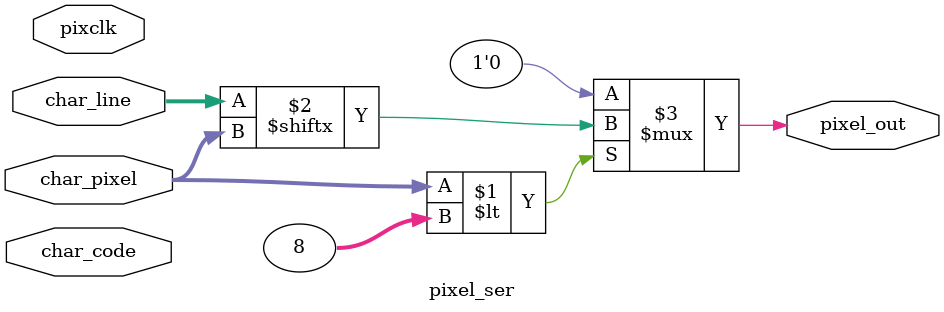
<source format=v>
module pixel_ser (
	input			pixclk,
	input		[7:0]	char_line,	// 8-bit data representing the character row pixels left to right
	input		[3:0]	char_pixel,	// Current pixel position within the character
	input		[7:0]	char_code,	// Character code for special case
	output 			pixel_out	// Output video signal
);

/*
always @(pixclk) begin
	// Handle the condition for characters 0xC0 to 0xDF
	if (char_code >= 8'hC0 && char_code <= 8'hDF && char_pixel == 8) begin
		pixel_out = char_line[7];
	end else if (char_pixel < 8) begin
		pixel_out <= char_line[char_pixel];
	end else begin
		pixel_out <= 0;
	end
end
*/

assign pixel_out = (char_pixel < 8) ? char_line[char_pixel] : 1'b0;

endmodule

</source>
